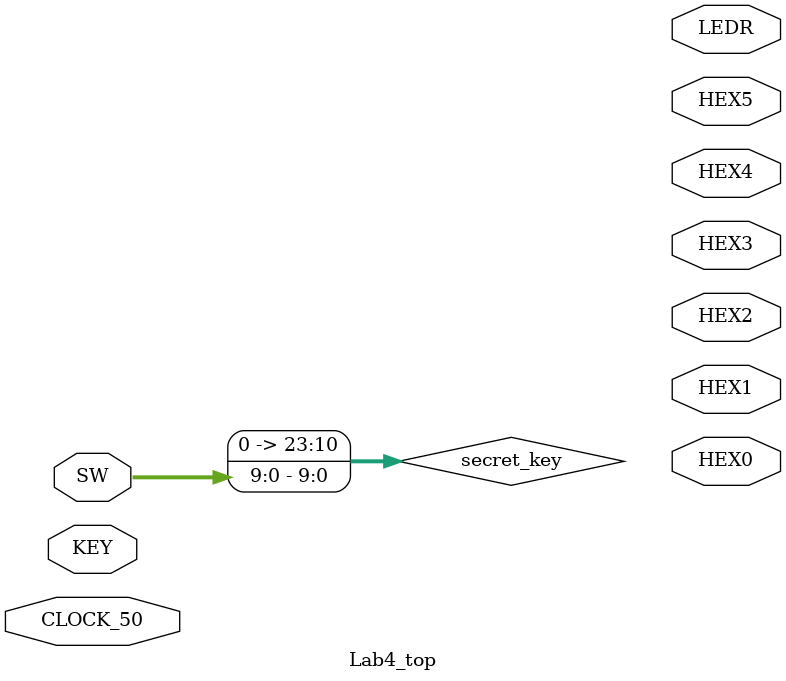
<source format=sv>
module Lab4_top (

input CLOCK_50,
input [3:0] KEY, 
input [9:0] SW, 
output [9:0] LEDR,
output [6:0] HEX0, 
output [6:0] HEX1, 
output [6:0] HEX2, 
output [6:0] HEX3, 
output [6:0] HEX4, 
output [6:0] HEX5

); 

logic [11:0] state;  

//Inputs to s_mem 
logic [7:0] mem_address, mem_data; 
logic write_enable, mem_out, write_finish;  

//Task 1 
logic start_pop, end_pop, count_wren; 
logic [7:0] count_address; 

//Task 2a 
logic [23:0] secret_key;
logic start_encrypt, end_encrypt, encrypt_wren, read_mem;  
logic [7:0] encrypt_address, encrypt_data;  
assign secret_key = {14'b0, SW}; //Temporary, will need to change for task 3  


parameter idle = 12'b00000_0000000; 
parameter populate_RAM = 12'b00001_0000001; 
parameter encrypt_RAM = 12'b00010_0000010;
parameter finished = 12'b10000_0000000;   

assign start_pop = state[0]; 
assign start_encrypt = state[1]; 

//Task 1 
s_memory memory(
				.address(mem_address),
				.clock(CLOCK_50),
				.data(mem_data), 
				.wren(write_enable),
				.q(mem_out) 
				); 
				
MemoryPopulateCounter counter	(
								 .clk(CLOCK_50),
								 .count(count_address),
								 .start(start_pop), 
								 .wren(count_wren), 
								 .finish(end_pop)
								); 


//Task 2						
shuffle_array encrypt (
						.clk(CLOCK_50), 
						.start(start_encrypt), 
						.finish(end_encrypt), 
						.key(secret_key),  
						.read(read_mem), 
						.original_mem(mem_out), 
						.scrambled_mem(mem_out),  
						.write(encrypt_wren),
						.output_data(encrypt_data), 
						.outAddress(encrypt_address)
					  );
				  
//Main state machine 
always_ff @(posedge CLOCK_50) begin 
	case(state) 
	
	idle: if(!KEY[0]) state <= populate_RAM; 
	
	populate_RAM: if(end_pop) state <= encrypt_RAM; 
	
	encrypt_RAM: if(end_encrypt) state <= finished; //change when additional states are added 
	
	finished: state <= idle; 
	
	default: state <= idle; 
	
	endcase 
end 

//Output logic 
always_ff @(posedge CLOCK_50) begin 
	case(state) 
		
	populate_RAM: begin 
				  mem_address <= count_address; 
				  mem_data <= count_address; 
				  write_enable <= count_wren; 
				  end 
				  
	encrypt_RAM: begin 
				 if(read_mem | encrypt_wren) mem_address <= encrypt_address; 
				 else mem_address <= 8'bz; //Do not read or write unless prompted 
				 mem_data <= encrypt_data; 
				 write_enable <= encrypt_wren; 
				 end 
				 
	default: begin 
			 mem_address <= mem_address; 
			 mem_data <= mem_data; 
			 write_enable <= write_enable; 
			 end 
	endcase 
end 

endmodule 
</source>
